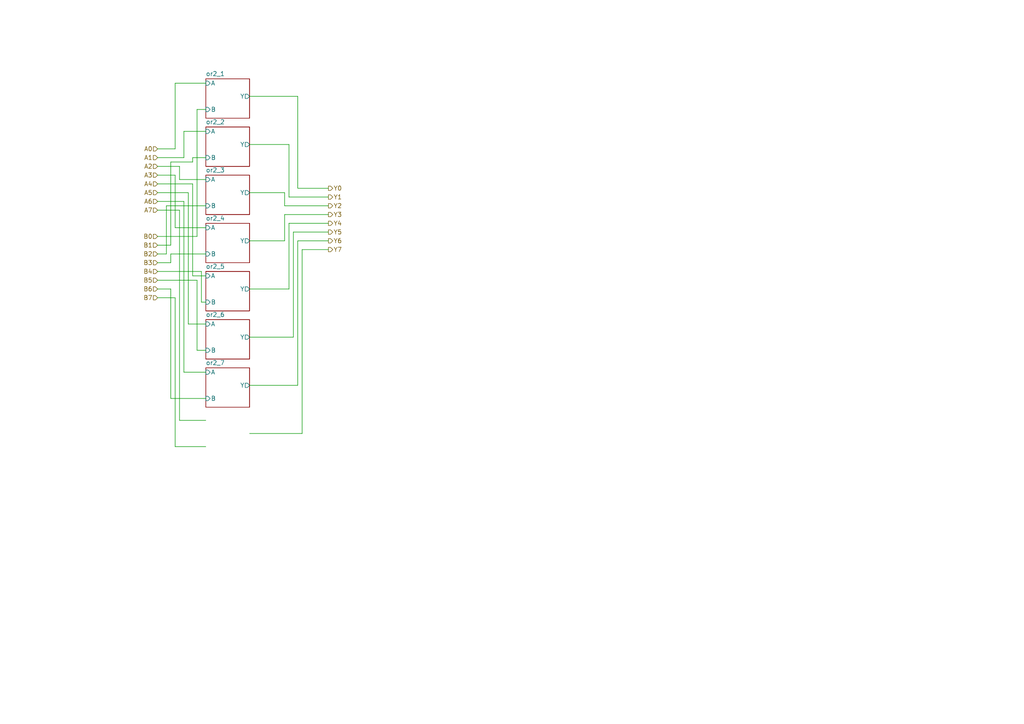
<source format=kicad_sch>
(kicad_sch
	(version 20250114)
	(generator "eeschema")
	(generator_version "9.0")
	(uuid "d541a682-fa01-47a3-834a-d48fe819bd53")
	(paper "A4")
	(lib_symbols)
	(wire
		(pts
			(xy 49.53 76.2) (xy 49.53 73.66)
		)
		(stroke
			(width 0)
			(type default)
		)
		(uuid "01b4c8d3-2923-4857-89f2-2a56d5a0730f")
	)
	(wire
		(pts
			(xy 87.63 125.73) (xy 87.63 72.39)
		)
		(stroke
			(width 0)
			(type default)
		)
		(uuid "0387222c-7af7-4d96-8ebf-72c516580353")
	)
	(wire
		(pts
			(xy 52.07 60.96) (xy 52.07 121.92)
		)
		(stroke
			(width 0)
			(type default)
		)
		(uuid "04dc0057-e523-4886-a05e-c3fe862d0660")
	)
	(wire
		(pts
			(xy 86.36 69.85) (xy 95.25 69.85)
		)
		(stroke
			(width 0)
			(type default)
		)
		(uuid "060c5333-7178-4e75-90b6-aed2062a5ad8")
	)
	(wire
		(pts
			(xy 48.26 59.69) (xy 59.69 59.69)
		)
		(stroke
			(width 0)
			(type default)
		)
		(uuid "0927b98b-9b44-4525-bdc7-f42ecfe75587")
	)
	(wire
		(pts
			(xy 86.36 54.61) (xy 95.25 54.61)
		)
		(stroke
			(width 0)
			(type default)
		)
		(uuid "099ee5dd-b3fe-403a-86af-c21a5b92f536")
	)
	(wire
		(pts
			(xy 45.72 71.12) (xy 49.53 71.12)
		)
		(stroke
			(width 0)
			(type default)
		)
		(uuid "0c2adffa-aa28-4b17-90c4-b7bbb559c704")
	)
	(wire
		(pts
			(xy 72.39 111.76) (xy 86.36 111.76)
		)
		(stroke
			(width 0)
			(type default)
		)
		(uuid "0c307147-b323-46ea-8dfc-c068c3fd3df8")
	)
	(wire
		(pts
			(xy 45.72 81.28) (xy 57.15 81.28)
		)
		(stroke
			(width 0)
			(type default)
		)
		(uuid "0cee0152-dadf-4547-b9e2-447a835e0db5")
	)
	(wire
		(pts
			(xy 57.15 68.58) (xy 57.15 31.75)
		)
		(stroke
			(width 0)
			(type default)
		)
		(uuid "0e8e2e38-d34d-417f-920b-b90df4f5c695")
	)
	(wire
		(pts
			(xy 49.53 46.99) (xy 55.88 46.99)
		)
		(stroke
			(width 0)
			(type default)
		)
		(uuid "112c06b9-e21c-4ba8-ae86-65fb63120bdc")
	)
	(wire
		(pts
			(xy 87.63 72.39) (xy 95.25 72.39)
		)
		(stroke
			(width 0)
			(type default)
		)
		(uuid "119fb8bf-81a7-46fb-b2b5-d74be00c409d")
	)
	(wire
		(pts
			(xy 82.55 69.85) (xy 82.55 62.23)
		)
		(stroke
			(width 0)
			(type default)
		)
		(uuid "12452f5e-69ec-46de-803d-51c0ec9018c9")
	)
	(wire
		(pts
			(xy 52.07 52.07) (xy 59.69 52.07)
		)
		(stroke
			(width 0)
			(type default)
		)
		(uuid "15316335-96a8-4470-9872-b5b988dd1cfd")
	)
	(wire
		(pts
			(xy 45.72 43.18) (xy 50.8 43.18)
		)
		(stroke
			(width 0)
			(type default)
		)
		(uuid "18b30b85-fb32-412d-b31b-6caff6371a6f")
	)
	(wire
		(pts
			(xy 45.72 50.8) (xy 50.8 50.8)
		)
		(stroke
			(width 0)
			(type default)
		)
		(uuid "1a4163a3-c52e-4bee-9f0c-d9bc186f2fa0")
	)
	(wire
		(pts
			(xy 55.88 46.99) (xy 55.88 45.72)
		)
		(stroke
			(width 0)
			(type default)
		)
		(uuid "1f8f6443-82d4-49d1-8a68-2edbd447b369")
	)
	(wire
		(pts
			(xy 53.34 45.72) (xy 53.34 38.1)
		)
		(stroke
			(width 0)
			(type default)
		)
		(uuid "21b274bc-1669-46ea-9cec-e05d9253d7e0")
	)
	(wire
		(pts
			(xy 45.72 55.88) (xy 54.61 55.88)
		)
		(stroke
			(width 0)
			(type default)
		)
		(uuid "24c38eb9-a30a-4031-b3fb-35c8acfd687c")
	)
	(wire
		(pts
			(xy 45.72 68.58) (xy 57.15 68.58)
		)
		(stroke
			(width 0)
			(type default)
		)
		(uuid "2514cf5f-0882-49a7-a055-31d1090f1a8e")
	)
	(wire
		(pts
			(xy 55.88 80.01) (xy 59.69 80.01)
		)
		(stroke
			(width 0)
			(type default)
		)
		(uuid "26926ac1-78de-41db-a7aa-d9074fbfd2f7")
	)
	(wire
		(pts
			(xy 50.8 86.36) (xy 50.8 129.54)
		)
		(stroke
			(width 0)
			(type default)
		)
		(uuid "2aff78f3-5d41-493c-8ed7-93c0f3a75a68")
	)
	(wire
		(pts
			(xy 49.53 115.57) (xy 59.69 115.57)
		)
		(stroke
			(width 0)
			(type default)
		)
		(uuid "2bef8d05-866f-4b52-8b0c-81ed24023d01")
	)
	(wire
		(pts
			(xy 85.09 97.79) (xy 85.09 67.31)
		)
		(stroke
			(width 0)
			(type default)
		)
		(uuid "2d33adca-1cf9-4a66-b02b-954bf07776b9")
	)
	(wire
		(pts
			(xy 83.82 83.82) (xy 83.82 64.77)
		)
		(stroke
			(width 0)
			(type default)
		)
		(uuid "3088f398-80bf-44ca-8966-08bd0f0c4247")
	)
	(wire
		(pts
			(xy 45.72 60.96) (xy 52.07 60.96)
		)
		(stroke
			(width 0)
			(type default)
		)
		(uuid "31a109da-62b2-4beb-9cf5-692566784ed6")
	)
	(wire
		(pts
			(xy 49.53 71.12) (xy 49.53 46.99)
		)
		(stroke
			(width 0)
			(type default)
		)
		(uuid "342391a9-034b-4d3c-857e-96132bd15422")
	)
	(wire
		(pts
			(xy 55.88 53.34) (xy 55.88 80.01)
		)
		(stroke
			(width 0)
			(type default)
		)
		(uuid "351252bf-bd1b-4017-9004-48baf7009114")
	)
	(wire
		(pts
			(xy 57.15 31.75) (xy 59.69 31.75)
		)
		(stroke
			(width 0)
			(type default)
		)
		(uuid "38bc8abd-453c-42d5-b269-02b8ec0dbf41")
	)
	(wire
		(pts
			(xy 52.07 48.26) (xy 52.07 52.07)
		)
		(stroke
			(width 0)
			(type default)
		)
		(uuid "425c4b88-5142-449c-8ea4-fa52c384d8aa")
	)
	(wire
		(pts
			(xy 52.07 121.92) (xy 59.69 121.92)
		)
		(stroke
			(width 0)
			(type default)
		)
		(uuid "46e2ad19-2d81-42da-a755-6af009a0d207")
	)
	(wire
		(pts
			(xy 83.82 41.91) (xy 83.82 57.15)
		)
		(stroke
			(width 0)
			(type default)
		)
		(uuid "4f457e4b-1f32-41c1-82b6-f7bea8bf7b88")
	)
	(wire
		(pts
			(xy 45.72 45.72) (xy 53.34 45.72)
		)
		(stroke
			(width 0)
			(type default)
		)
		(uuid "4ffc0843-62f2-4150-bec0-cc390e89ab52")
	)
	(wire
		(pts
			(xy 45.72 83.82) (xy 49.53 83.82)
		)
		(stroke
			(width 0)
			(type default)
		)
		(uuid "51816abd-5c1a-4682-addd-48d477ba72dc")
	)
	(wire
		(pts
			(xy 45.72 86.36) (xy 50.8 86.36)
		)
		(stroke
			(width 0)
			(type default)
		)
		(uuid "5409efb9-70b8-4ca0-b803-3d2a08706296")
	)
	(wire
		(pts
			(xy 58.42 78.74) (xy 58.42 87.63)
		)
		(stroke
			(width 0)
			(type default)
		)
		(uuid "57c35a95-5b83-42d7-80f8-62601f0c28ed")
	)
	(wire
		(pts
			(xy 57.15 101.6) (xy 59.69 101.6)
		)
		(stroke
			(width 0)
			(type default)
		)
		(uuid "6663e708-e86d-4a0e-b54d-992026e31909")
	)
	(wire
		(pts
			(xy 53.34 58.42) (xy 53.34 107.95)
		)
		(stroke
			(width 0)
			(type default)
		)
		(uuid "6de0a6a3-6046-4b39-a6c2-d8058ff46c78")
	)
	(wire
		(pts
			(xy 58.42 87.63) (xy 59.69 87.63)
		)
		(stroke
			(width 0)
			(type default)
		)
		(uuid "6fadbd32-b859-42c2-8f1c-561532009b81")
	)
	(wire
		(pts
			(xy 72.39 27.94) (xy 86.36 27.94)
		)
		(stroke
			(width 0)
			(type default)
		)
		(uuid "72faa64d-747c-4229-946e-6f6411bf97f9")
	)
	(wire
		(pts
			(xy 50.8 129.54) (xy 59.69 129.54)
		)
		(stroke
			(width 0)
			(type default)
		)
		(uuid "76fffee1-e1ed-4193-a2e6-bac0e3880a26")
	)
	(wire
		(pts
			(xy 45.72 48.26) (xy 52.07 48.26)
		)
		(stroke
			(width 0)
			(type default)
		)
		(uuid "8ce2dc27-5752-42c0-8add-1465f3e9cf06")
	)
	(wire
		(pts
			(xy 72.39 55.88) (xy 82.55 55.88)
		)
		(stroke
			(width 0)
			(type default)
		)
		(uuid "9184f2d2-486a-4b7f-9c7f-0446cca88e69")
	)
	(wire
		(pts
			(xy 72.39 83.82) (xy 83.82 83.82)
		)
		(stroke
			(width 0)
			(type default)
		)
		(uuid "91aa286a-9d0f-45c9-80a6-910ab0ef47c9")
	)
	(wire
		(pts
			(xy 72.39 125.73) (xy 87.63 125.73)
		)
		(stroke
			(width 0)
			(type default)
		)
		(uuid "93d3daac-8dee-4e0b-be22-8e67d9838cd0")
	)
	(wire
		(pts
			(xy 45.72 73.66) (xy 48.26 73.66)
		)
		(stroke
			(width 0)
			(type default)
		)
		(uuid "951e4da9-2acd-4217-8926-cbb17b58a3e8")
	)
	(wire
		(pts
			(xy 82.55 59.69) (xy 95.25 59.69)
		)
		(stroke
			(width 0)
			(type default)
		)
		(uuid "9704a532-7822-4cca-99d4-097516585774")
	)
	(wire
		(pts
			(xy 85.09 67.31) (xy 95.25 67.31)
		)
		(stroke
			(width 0)
			(type default)
		)
		(uuid "991bd255-0594-42d1-9242-bad628517bc6")
	)
	(wire
		(pts
			(xy 49.53 73.66) (xy 59.69 73.66)
		)
		(stroke
			(width 0)
			(type default)
		)
		(uuid "99519fa5-7009-4d66-a9d5-0d0771f56845")
	)
	(wire
		(pts
			(xy 86.36 27.94) (xy 86.36 54.61)
		)
		(stroke
			(width 0)
			(type default)
		)
		(uuid "9b80f9f1-c781-4ac1-9b3a-21c53cfb4b55")
	)
	(wire
		(pts
			(xy 50.8 50.8) (xy 50.8 66.04)
		)
		(stroke
			(width 0)
			(type default)
		)
		(uuid "9ca0ee7f-12d3-456e-84d7-b4af6a2355a0")
	)
	(wire
		(pts
			(xy 72.39 41.91) (xy 83.82 41.91)
		)
		(stroke
			(width 0)
			(type default)
		)
		(uuid "a56a3743-e574-4be1-ac8c-8ae86342b473")
	)
	(wire
		(pts
			(xy 72.39 69.85) (xy 82.55 69.85)
		)
		(stroke
			(width 0)
			(type default)
		)
		(uuid "a6a544f9-1f95-40da-a3eb-ff5f928ca495")
	)
	(wire
		(pts
			(xy 72.39 97.79) (xy 85.09 97.79)
		)
		(stroke
			(width 0)
			(type default)
		)
		(uuid "a8bcb296-3191-4c66-ab03-aca6c2a1301d")
	)
	(wire
		(pts
			(xy 83.82 57.15) (xy 95.25 57.15)
		)
		(stroke
			(width 0)
			(type default)
		)
		(uuid "a992fe4a-018b-4a15-a1ce-9c2536402ad1")
	)
	(wire
		(pts
			(xy 45.72 53.34) (xy 55.88 53.34)
		)
		(stroke
			(width 0)
			(type default)
		)
		(uuid "b765c87e-ff36-4395-a3f6-a31bec3d78f4")
	)
	(wire
		(pts
			(xy 45.72 58.42) (xy 53.34 58.42)
		)
		(stroke
			(width 0)
			(type default)
		)
		(uuid "b823c390-f6d4-487e-806c-4f56db99e39c")
	)
	(wire
		(pts
			(xy 55.88 45.72) (xy 59.69 45.72)
		)
		(stroke
			(width 0)
			(type default)
		)
		(uuid "b889f59e-87dc-46b4-a9a1-5d7fd07b638a")
	)
	(wire
		(pts
			(xy 86.36 111.76) (xy 86.36 69.85)
		)
		(stroke
			(width 0)
			(type default)
		)
		(uuid "b88ac228-0bd4-4c10-af7b-fb1204e26466")
	)
	(wire
		(pts
			(xy 54.61 55.88) (xy 54.61 93.98)
		)
		(stroke
			(width 0)
			(type default)
		)
		(uuid "c25ce3e1-1331-4c24-8cec-129d22fd8601")
	)
	(wire
		(pts
			(xy 50.8 24.13) (xy 59.69 24.13)
		)
		(stroke
			(width 0)
			(type default)
		)
		(uuid "c455f902-6e50-46ed-aa8d-5aaf6dde85b8")
	)
	(wire
		(pts
			(xy 50.8 66.04) (xy 59.69 66.04)
		)
		(stroke
			(width 0)
			(type default)
		)
		(uuid "c6656e4a-de6a-467e-a59c-96cd871a5176")
	)
	(wire
		(pts
			(xy 82.55 62.23) (xy 95.25 62.23)
		)
		(stroke
			(width 0)
			(type default)
		)
		(uuid "cc42d876-4b36-461a-bd26-3141bf87617b")
	)
	(wire
		(pts
			(xy 45.72 76.2) (xy 49.53 76.2)
		)
		(stroke
			(width 0)
			(type default)
		)
		(uuid "cd4c8d4e-5972-4f06-b41d-a39ba67b487f")
	)
	(wire
		(pts
			(xy 82.55 55.88) (xy 82.55 59.69)
		)
		(stroke
			(width 0)
			(type default)
		)
		(uuid "d1264a67-dfa2-4d93-a87f-92f4cd0649b3")
	)
	(wire
		(pts
			(xy 48.26 73.66) (xy 48.26 59.69)
		)
		(stroke
			(width 0)
			(type default)
		)
		(uuid "d2d6113d-b650-4c75-ab14-24b5b6fc795a")
	)
	(wire
		(pts
			(xy 45.72 78.74) (xy 58.42 78.74)
		)
		(stroke
			(width 0)
			(type default)
		)
		(uuid "d915de51-1c72-4a4f-8a86-b3cf00cd8d25")
	)
	(wire
		(pts
			(xy 83.82 64.77) (xy 95.25 64.77)
		)
		(stroke
			(width 0)
			(type default)
		)
		(uuid "da0afd3a-111f-4b83-a07e-6002c4c18c2b")
	)
	(wire
		(pts
			(xy 53.34 38.1) (xy 59.69 38.1)
		)
		(stroke
			(width 0)
			(type default)
		)
		(uuid "e3882ffa-33b3-4554-812e-cc95b0e2d4b9")
	)
	(wire
		(pts
			(xy 57.15 81.28) (xy 57.15 101.6)
		)
		(stroke
			(width 0)
			(type default)
		)
		(uuid "e9e46f51-7259-44f0-a391-051327da1c68")
	)
	(wire
		(pts
			(xy 53.34 107.95) (xy 59.69 107.95)
		)
		(stroke
			(width 0)
			(type default)
		)
		(uuid "ef0f7db2-e75f-42f7-8c8c-f7b536388da4")
	)
	(wire
		(pts
			(xy 54.61 93.98) (xy 59.69 93.98)
		)
		(stroke
			(width 0)
			(type default)
		)
		(uuid "f72d881c-82c0-4963-b430-fc74e7a4474a")
	)
	(wire
		(pts
			(xy 49.53 83.82) (xy 49.53 115.57)
		)
		(stroke
			(width 0)
			(type default)
		)
		(uuid "f9dc07c6-4b72-414c-a73e-7e8f0e0e5e09")
	)
	(wire
		(pts
			(xy 50.8 43.18) (xy 50.8 24.13)
		)
		(stroke
			(width 0)
			(type default)
		)
		(uuid "fd3fc3b6-a2c4-4160-aa4e-9e1e885dcb6d")
	)
	(hierarchical_label "A3"
		(shape input)
		(at 45.72 50.8 180)
		(effects
			(font
				(size 1.27 1.27)
			)
			(justify right)
		)
		(uuid "036d7774-aa83-4b55-ab1a-a8c9fbc6cf57")
	)
	(hierarchical_label "B2"
		(shape input)
		(at 45.72 73.66 180)
		(effects
			(font
				(size 1.27 1.27)
			)
			(justify right)
		)
		(uuid "04503b9d-d099-4198-87e2-41680f0ae245")
	)
	(hierarchical_label "B5"
		(shape input)
		(at 45.72 81.28 180)
		(effects
			(font
				(size 1.27 1.27)
			)
			(justify right)
		)
		(uuid "21d7d790-ef73-44d5-a0e8-2431dc3f80d3")
	)
	(hierarchical_label "Y7"
		(shape output)
		(at 95.25 72.39 0)
		(effects
			(font
				(size 1.27 1.27)
			)
			(justify left)
		)
		(uuid "28963def-5bb8-4f5c-bed9-e1b0ccd8dd42")
	)
	(hierarchical_label "Y6"
		(shape output)
		(at 95.25 69.85 0)
		(effects
			(font
				(size 1.27 1.27)
			)
			(justify left)
		)
		(uuid "2b420dc2-6f75-46e6-8ead-9a86013943b3")
	)
	(hierarchical_label "A0"
		(shape input)
		(at 45.72 43.18 180)
		(effects
			(font
				(size 1.27 1.27)
			)
			(justify right)
		)
		(uuid "375cbb6d-ce11-46f1-9789-3dc2a85a942e")
	)
	(hierarchical_label "A6"
		(shape input)
		(at 45.72 58.42 180)
		(effects
			(font
				(size 1.27 1.27)
			)
			(justify right)
		)
		(uuid "4f5711f5-e79c-43bb-9190-9f8311a2a98b")
	)
	(hierarchical_label "A4"
		(shape input)
		(at 45.72 53.34 180)
		(effects
			(font
				(size 1.27 1.27)
			)
			(justify right)
		)
		(uuid "54289943-a1cb-4e02-a4a5-8437940ddab2")
	)
	(hierarchical_label "B4"
		(shape input)
		(at 45.72 78.74 180)
		(effects
			(font
				(size 1.27 1.27)
			)
			(justify right)
		)
		(uuid "5674ed85-89d0-483e-89f6-8a9d1de5ae5e")
	)
	(hierarchical_label "Y3"
		(shape output)
		(at 95.25 62.23 0)
		(effects
			(font
				(size 1.27 1.27)
			)
			(justify left)
		)
		(uuid "581c4264-6766-44ab-90a8-3f3ed547d7f4")
	)
	(hierarchical_label "B1"
		(shape input)
		(at 45.72 71.12 180)
		(effects
			(font
				(size 1.27 1.27)
			)
			(justify right)
		)
		(uuid "6cdf1e17-862b-4b95-93ef-693e3e5c9992")
	)
	(hierarchical_label "B3"
		(shape input)
		(at 45.72 76.2 180)
		(effects
			(font
				(size 1.27 1.27)
			)
			(justify right)
		)
		(uuid "72275f0e-6954-4ebc-87e4-60ca9ebeb56d")
	)
	(hierarchical_label "B0"
		(shape input)
		(at 45.72 68.58 180)
		(effects
			(font
				(size 1.27 1.27)
			)
			(justify right)
		)
		(uuid "78c964ae-ac1a-4703-a99d-36c411a8985d")
	)
	(hierarchical_label "B7"
		(shape input)
		(at 45.72 86.36 180)
		(effects
			(font
				(size 1.27 1.27)
			)
			(justify right)
		)
		(uuid "80d2e91a-a5f1-4c12-9e83-4ded6d09540e")
	)
	(hierarchical_label "A1"
		(shape input)
		(at 45.72 45.72 180)
		(effects
			(font
				(size 1.27 1.27)
			)
			(justify right)
		)
		(uuid "87815d07-67d9-479e-b5b7-1135b0ea9747")
	)
	(hierarchical_label "Y1"
		(shape output)
		(at 95.25 57.15 0)
		(effects
			(font
				(size 1.27 1.27)
			)
			(justify left)
		)
		(uuid "8bf6a294-3aef-4af7-a500-9c8401d741d1")
	)
	(hierarchical_label "Y0"
		(shape output)
		(at 95.25 54.61 0)
		(effects
			(font
				(size 1.27 1.27)
			)
			(justify left)
		)
		(uuid "96b06fc6-7fd1-49bc-b366-564ad1d879e1")
	)
	(hierarchical_label "Y2"
		(shape output)
		(at 95.25 59.69 0)
		(effects
			(font
				(size 1.27 1.27)
			)
			(justify left)
		)
		(uuid "9a68118f-c0d2-4643-9bc8-b7771bf55fdb")
	)
	(hierarchical_label "A2"
		(shape input)
		(at 45.72 48.26 180)
		(effects
			(font
				(size 1.27 1.27)
			)
			(justify right)
		)
		(uuid "a876633e-a89d-45f8-acec-e96ad2174e18")
	)
	(hierarchical_label "A7"
		(shape input)
		(at 45.72 60.96 180)
		(effects
			(font
				(size 1.27 1.27)
			)
			(justify right)
		)
		(uuid "ace3f804-dd5c-45f3-a4a3-38ce7ecee0eb")
	)
	(hierarchical_label "Y5"
		(shape output)
		(at 95.25 67.31 0)
		(effects
			(font
				(size 1.27 1.27)
			)
			(justify left)
		)
		(uuid "bed34a91-41e7-48c4-929f-a222bb389292")
	)
	(hierarchical_label "A5"
		(shape input)
		(at 45.72 55.88 180)
		(effects
			(font
				(size 1.27 1.27)
			)
			(justify right)
		)
		(uuid "cc0ef8da-6f23-4bb2-97ab-4182454f9761")
	)
	(hierarchical_label "B6"
		(shape input)
		(at 45.72 83.82 180)
		(effects
			(font
				(size 1.27 1.27)
			)
			(justify right)
		)
		(uuid "d33dce34-69cd-40af-b5d6-d86051139009")
	)
	(hierarchical_label "Y4"
		(shape output)
		(at 95.25 64.77 0)
		(effects
			(font
				(size 1.27 1.27)
			)
			(justify left)
		)
		(uuid "ed93a842-7807-41e7-9f0c-b93f34d1645e")
	)
	(sheet
		(at 59.69 36.83)
		(size 12.7 11.43)
		(exclude_from_sim no)
		(in_bom yes)
		(on_board yes)
		(dnp no)
		(fields_autoplaced yes)
		(stroke
			(width 0.1524)
			(type solid)
		)
		(fill
			(color 0 0 0 0.0000)
		)
		(uuid "02700e8e-35ba-4eeb-84ab-a73cefdd8a3a")
		(property "Sheetname" "or2_2"
			(at 59.69 36.1184 0)
			(effects
				(font
					(size 1.27 1.27)
				)
				(justify left bottom)
			)
		)
		(property "Sheetfile" "../gate_or_2in/gate_or_2in.kicad_sch"
			(at 59.69 48.8446 0)
			(effects
				(font
					(size 1.27 1.27)
				)
				(justify left top)
				(hide yes)
			)
		)
		(pin "Y" output
			(at 72.39 41.91 0)
			(uuid "ecb1a9d8-ac5c-4724-997c-edfb6e375c79")
			(effects
				(font
					(size 1.27 1.27)
				)
				(justify right)
			)
		)
		(pin "A" input
			(at 59.69 38.1 180)
			(uuid "dff6ab4b-186e-4d2e-8cd9-594e4183d296")
			(effects
				(font
					(size 1.27 1.27)
				)
				(justify left)
			)
		)
		(pin "B" input
			(at 59.69 45.72 180)
			(uuid "2b70b5df-4b6a-4533-a34e-6a5d30b1ba12")
			(effects
				(font
					(size 1.27 1.27)
				)
				(justify left)
			)
		)
		(instances
			(project "gate_or_2in_8bit"
				(path "/d541a682-fa01-47a3-834a-d48fe819bd53"
					(page "3")
				)
			)
		)
	)
	(sheet
		(at 59.69 22.86)
		(size 12.7 11.43)
		(exclude_from_sim no)
		(in_bom yes)
		(on_board yes)
		(dnp no)
		(fields_autoplaced yes)
		(stroke
			(width 0.1524)
			(type solid)
		)
		(fill
			(color 0 0 0 0.0000)
		)
		(uuid "275ec990-a041-4c65-935f-b4656c3b8d89")
		(property "Sheetname" "or2_1"
			(at 59.69 22.1484 0)
			(effects
				(font
					(size 1.27 1.27)
				)
				(justify left bottom)
			)
		)
		(property "Sheetfile" "../gate_or_2in/gate_or_2in.kicad_sch"
			(at 59.69 34.8746 0)
			(effects
				(font
					(size 1.27 1.27)
				)
				(justify left top)
				(hide yes)
			)
		)
		(pin "Y" output
			(at 72.39 27.94 0)
			(uuid "22eb80a9-0072-47a4-ba5f-a833f2c0f7d3")
			(effects
				(font
					(size 1.27 1.27)
				)
				(justify right)
			)
		)
		(pin "A" input
			(at 59.69 24.13 180)
			(uuid "e7e9f198-e038-4466-be89-73ed869f126d")
			(effects
				(font
					(size 1.27 1.27)
				)
				(justify left)
			)
		)
		(pin "B" input
			(at 59.69 31.75 180)
			(uuid "5d70d645-7aee-42ef-b665-994fb9870fcf")
			(effects
				(font
					(size 1.27 1.27)
				)
				(justify left)
			)
		)
		(instances
			(project "gate_or_2in_8bit"
				(path "/d541a682-fa01-47a3-834a-d48fe819bd53"
					(page "2")
				)
			)
		)
	)
	(sheet
		(at 59.69 78.74)
		(size 12.7 11.43)
		(exclude_from_sim no)
		(in_bom yes)
		(on_board yes)
		(dnp no)
		(fields_autoplaced yes)
		(stroke
			(width 0.1524)
			(type solid)
		)
		(fill
			(color 0 0 0 0.0000)
		)
		(uuid "6ca11fef-e989-4bc9-a378-9c6b75bb89b8")
		(property "Sheetname" "or2_5"
			(at 59.69 78.0284 0)
			(effects
				(font
					(size 1.27 1.27)
				)
				(justify left bottom)
			)
		)
		(property "Sheetfile" "../gate_or_2in/gate_or_2in.kicad_sch"
			(at 59.69 90.7546 0)
			(effects
				(font
					(size 1.27 1.27)
				)
				(justify left top)
				(hide yes)
			)
		)
		(pin "Y" output
			(at 72.39 83.82 0)
			(uuid "55a0b11f-539f-4e4d-a74b-9a8d3204f722")
			(effects
				(font
					(size 1.27 1.27)
				)
				(justify right)
			)
		)
		(pin "A" input
			(at 59.69 80.01 180)
			(uuid "2b8e715c-90b7-4137-ae62-60a4ab9202ab")
			(effects
				(font
					(size 1.27 1.27)
				)
				(justify left)
			)
		)
		(pin "B" input
			(at 59.69 87.63 180)
			(uuid "089a7e33-7954-4823-b8ee-38966268a98c")
			(effects
				(font
					(size 1.27 1.27)
				)
				(justify left)
			)
		)
		(instances
			(project "gate_or_2in_8bit"
				(path "/d541a682-fa01-47a3-834a-d48fe819bd53"
					(page "6")
				)
			)
		)
	)
	(sheet
		(at 59.69 64.77)
		(size 12.7 11.43)
		(exclude_from_sim no)
		(in_bom yes)
		(on_board yes)
		(dnp no)
		(fields_autoplaced yes)
		(stroke
			(width 0.1524)
			(type solid)
		)
		(fill
			(color 0 0 0 0.0000)
		)
		(uuid "7ca55fb8-893c-413a-885e-4d55a7209a0c")
		(property "Sheetname" "or2_4"
			(at 59.69 64.0584 0)
			(effects
				(font
					(size 1.27 1.27)
				)
				(justify left bottom)
			)
		)
		(property "Sheetfile" "../gate_or_2in/gate_or_2in.kicad_sch"
			(at 59.69 76.7846 0)
			(effects
				(font
					(size 1.27 1.27)
				)
				(justify left top)
				(hide yes)
			)
		)
		(pin "Y" output
			(at 72.39 69.85 0)
			(uuid "c76427ed-2c6a-4319-abe8-8e2cab8e29c0")
			(effects
				(font
					(size 1.27 1.27)
				)
				(justify right)
			)
		)
		(pin "A" input
			(at 59.69 66.04 180)
			(uuid "e28ea384-7d9a-416d-a2e5-82ee01820ad7")
			(effects
				(font
					(size 1.27 1.27)
				)
				(justify left)
			)
		)
		(pin "B" input
			(at 59.69 73.66 180)
			(uuid "7469df51-0cf9-442f-a84f-d748fb04c084")
			(effects
				(font
					(size 1.27 1.27)
				)
				(justify left)
			)
		)
		(instances
			(project "gate_or_2in_8bit"
				(path "/d541a682-fa01-47a3-834a-d48fe819bd53"
					(page "5")
				)
			)
		)
	)
	(sheet
		(at 59.69 92.71)
		(size 12.7 11.43)
		(exclude_from_sim no)
		(in_bom yes)
		(on_board yes)
		(dnp no)
		(fields_autoplaced yes)
		(stroke
			(width 0.1524)
			(type solid)
		)
		(fill
			(color 0 0 0 0.0000)
		)
		(uuid "b0db827d-78ad-4976-8ab1-9e70f66e4133")
		(property "Sheetname" "or2_6"
			(at 59.69 91.9984 0)
			(effects
				(font
					(size 1.27 1.27)
				)
				(justify left bottom)
			)
		)
		(property "Sheetfile" "../gate_or_2in/gate_or_2in.kicad_sch"
			(at 59.69 104.7246 0)
			(effects
				(font
					(size 1.27 1.27)
				)
				(justify left top)
				(hide yes)
			)
		)
		(pin "Y" output
			(at 72.39 97.79 0)
			(uuid "2b07ee61-b843-4d5b-ba2f-8b882d88151e")
			(effects
				(font
					(size 1.27 1.27)
				)
				(justify right)
			)
		)
		(pin "A" input
			(at 59.69 93.98 180)
			(uuid "c1ac120e-b08b-4b2a-a44c-d3c4faf5876e")
			(effects
				(font
					(size 1.27 1.27)
				)
				(justify left)
			)
		)
		(pin "B" input
			(at 59.69 101.6 180)
			(uuid "38c56a39-d517-481f-b7b9-90cf43ba4d86")
			(effects
				(font
					(size 1.27 1.27)
				)
				(justify left)
			)
		)
		(instances
			(project "gate_or_2in_8bit"
				(path "/d541a682-fa01-47a3-834a-d48fe819bd53"
					(page "7")
				)
			)
		)
	)
	(sheet
		(at 59.69 106.68)
		(size 12.7 11.43)
		(exclude_from_sim no)
		(in_bom yes)
		(on_board yes)
		(dnp no)
		(fields_autoplaced yes)
		(stroke
			(width 0.1524)
			(type solid)
		)
		(fill
			(color 0 0 0 0.0000)
		)
		(uuid "c836acf5-6946-43c5-94fa-34d6d929a786")
		(property "Sheetname" "or2_7"
			(at 59.69 105.9684 0)
			(effects
				(font
					(size 1.27 1.27)
				)
				(justify left bottom)
			)
		)
		(property "Sheetfile" "../gate_or_2in/gate_or_2in.kicad_sch"
			(at 59.69 118.6946 0)
			(effects
				(font
					(size 1.27 1.27)
				)
				(justify left top)
				(hide yes)
			)
		)
		(pin "Y" output
			(at 72.39 111.76 0)
			(uuid "3eddba5e-a17f-432d-ae63-b5a36d1faa37")
			(effects
				(font
					(size 1.27 1.27)
				)
				(justify right)
			)
		)
		(pin "A" input
			(at 59.69 107.95 180)
			(uuid "7ac707e0-66dd-41de-9a24-e340be67f35e")
			(effects
				(font
					(size 1.27 1.27)
				)
				(justify left)
			)
		)
		(pin "B" input
			(at 59.69 115.57 180)
			(uuid "b7713897-3149-4e23-a66b-6daf6f7f2973")
			(effects
				(font
					(size 1.27 1.27)
				)
				(justify left)
			)
		)
		(instances
			(project "gate_or_2in_8bit"
				(path "/d541a682-fa01-47a3-834a-d48fe819bd53"
					(page "8")
				)
			)
		)
	)
	(sheet
		(at 59.69 50.8)
		(size 12.7 11.43)
		(exclude_from_sim no)
		(in_bom yes)
		(on_board yes)
		(dnp no)
		(fields_autoplaced yes)
		(stroke
			(width 0.1524)
			(type solid)
		)
		(fill
			(color 0 0 0 0.0000)
		)
		(uuid "fa197c45-1dd2-4a6b-8654-c2f69cd2f8ed")
		(property "Sheetname" "or2_3"
			(at 59.69 50.0884 0)
			(effects
				(font
					(size 1.27 1.27)
				)
				(justify left bottom)
			)
		)
		(property "Sheetfile" "../gate_or_2in/gate_or_2in.kicad_sch"
			(at 59.69 62.8146 0)
			(effects
				(font
					(size 1.27 1.27)
				)
				(justify left top)
				(hide yes)
			)
		)
		(pin "Y" output
			(at 72.39 55.88 0)
			(uuid "886ccb5e-5fd2-489c-a8a5-24046cf7c666")
			(effects
				(font
					(size 1.27 1.27)
				)
				(justify right)
			)
		)
		(pin "A" input
			(at 59.69 52.07 180)
			(uuid "b6aa2061-c056-450f-b15c-70abf626b67a")
			(effects
				(font
					(size 1.27 1.27)
				)
				(justify left)
			)
		)
		(pin "B" input
			(at 59.69 59.69 180)
			(uuid "5bb99423-e764-4b81-9e3a-8ba94555d094")
			(effects
				(font
					(size 1.27 1.27)
				)
				(justify left)
			)
		)
		(instances
			(project "gate_or_2in_8bit"
				(path "/d541a682-fa01-47a3-834a-d48fe819bd53"
					(page "4")
				)
			)
		)
	)
	(sheet_instances
		(path "/"
			(page "1")
		)
	)
	(embedded_fonts no)
)

</source>
